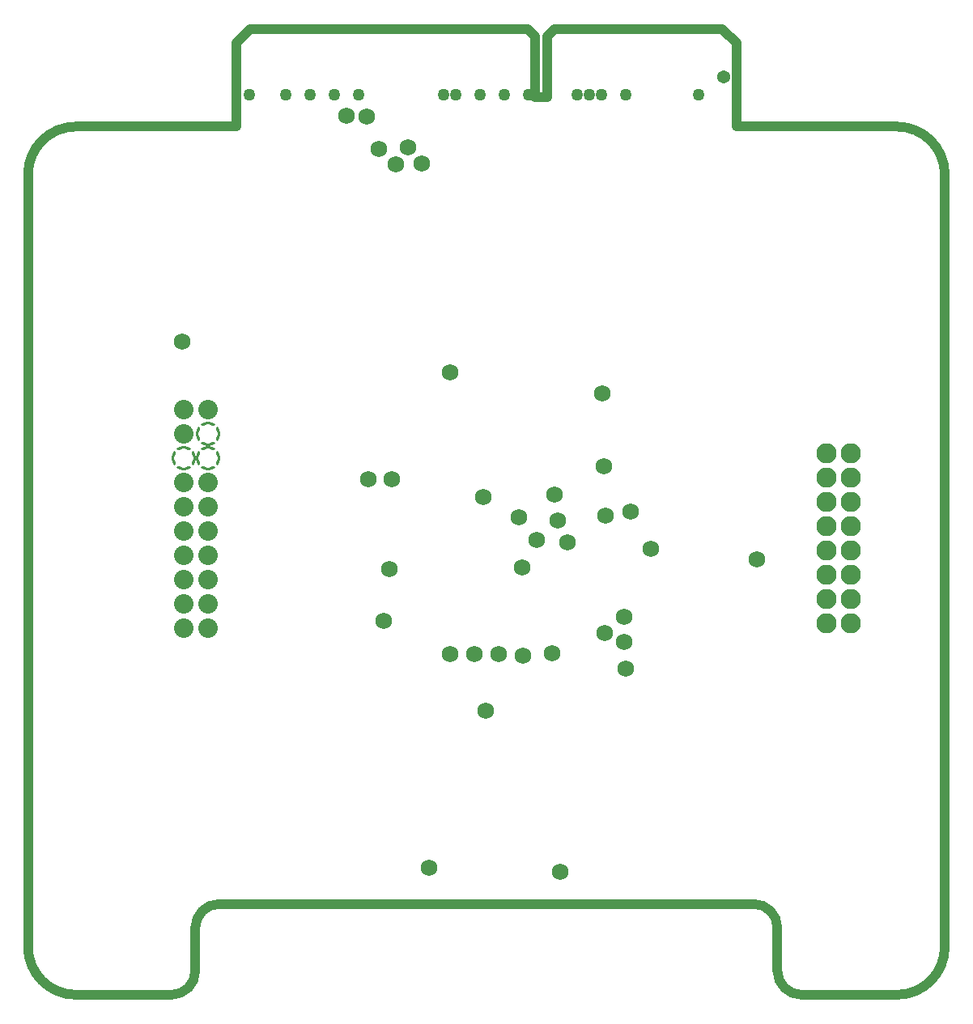
<source format=gbr>
%TF.GenerationSoftware,Altium Limited,Altium Designer,23.3.1 (30)*%
G04 Layer_Physical_Order=3*
G04 Layer_Color=128*
%FSLAX45Y45*%
%MOMM*%
%TF.SameCoordinates,1C6A76D4-FC78-4FE7-9AFF-FEA26D458E01*%
%TF.FilePolarity,Negative*%
%TF.FileFunction,Copper,L3,Inr,Plane*%
%TF.Part,Single*%
G01*
G75*
%TA.AperFunction,ViaPad*%
%ADD34C,1.27000*%
%TA.AperFunction,NonConductor*%
%ADD37C,1.01600*%
%TA.AperFunction,ComponentPad*%
%ADD38C,2.10820*%
%ADD40C,2.03600*%
G04:AMPARAMS|DCode=41|XSize=2.544mm|YSize=2.544mm|CornerRadius=0mm|HoleSize=0mm|Usage=FLASHONLY|Rotation=0.000|XOffset=0mm|YOffset=0mm|HoleType=Round|Shape=Relief|Width=0.254mm|Gap=0.254mm|Entries=4|*
%AMTHD41*
7,0,0,2.54400,2.03600,0.25400,45*
%
%ADD41THD41*%
%TA.AperFunction,ViaPad*%
%ADD42C,1.72720*%
%ADD43C,1.37200*%
%ADD44C,1.72700*%
D34*
X7016700Y9410000D02*
D03*
X4730700D02*
D03*
X4984700D02*
D03*
X6000700D02*
D03*
X6254700D02*
D03*
X5746700D02*
D03*
X5873700D02*
D03*
X5238700D02*
D03*
X3460700D02*
D03*
X4476700D02*
D03*
X4349700D02*
D03*
X3206700D02*
D03*
X2952700D02*
D03*
X2698700D02*
D03*
X2317700D02*
D03*
D37*
X0Y500000D02*
G03*
X500000Y0I500000J0D01*
G01*
Y9080500D02*
G03*
X0Y8580500I0J-500000D01*
G01*
X9588500D02*
G03*
X9088500Y9080500I-500000J0D01*
G01*
Y0D02*
G03*
X9588500Y500000I0J500000D01*
G01*
X7838500Y250000D02*
G03*
X8088500Y0I250000J0D01*
G01*
X7838500Y700000D02*
G03*
X7588500Y950000I-250000J0D01*
G01*
X2000000D02*
G03*
X1750000Y700000I0J-250000D01*
G01*
X1500000Y0D02*
G03*
X1750000Y250000I-0J250000D01*
G01*
X500000Y9080500D02*
X2176750D01*
X2176700Y9951700D02*
X2176750Y9080500D01*
X2176700Y9951700D02*
X2326700Y10101500D01*
X5228700D01*
X5303700Y10026500D01*
X5303750Y9385500D01*
X5427700D01*
Y10026500D01*
X5502700Y10101500D01*
X7261700D01*
X7411700Y9951700D01*
Y9080500D02*
Y9951700D01*
Y9080500D02*
X9088500D01*
X0Y500000D02*
Y8580500D01*
X9588500Y500000D02*
Y8580500D01*
X8088500Y0D02*
X9088500D01*
X7838500Y250000D02*
Y700000D01*
X2000000Y950000D02*
X7588500D01*
X1750000Y250000D02*
X1750000Y700000D01*
X500000Y0D02*
X1500000D01*
D38*
X8604000Y3886000D02*
D03*
X8350000D02*
D03*
X8604000Y4140000D02*
D03*
X8350000D02*
D03*
X8604000Y4394000D02*
D03*
X8350000D02*
D03*
X8604000Y4648000D02*
D03*
X8350000D02*
D03*
X8604000Y4902000D02*
D03*
X8350000D02*
D03*
X8604000Y5156000D02*
D03*
X8350000D02*
D03*
X8604000Y5410000D02*
D03*
X8350000D02*
D03*
X8604000Y5664000D02*
D03*
X8350000D02*
D03*
D40*
X1630000Y6122000D02*
D03*
X1884000D02*
D03*
X1630000Y5868000D02*
D03*
Y5360000D02*
D03*
X1884000D02*
D03*
X1630000Y5106000D02*
D03*
X1884000D02*
D03*
X1630000Y4852000D02*
D03*
X1884000D02*
D03*
X1630000Y4598000D02*
D03*
X1884000D02*
D03*
X1630000Y4344000D02*
D03*
X1884000D02*
D03*
X1630000Y4090000D02*
D03*
X1884000D02*
D03*
X1630000Y3836000D02*
D03*
X1884000D02*
D03*
D41*
Y5868000D02*
D03*
X1630000Y5614000D02*
D03*
X1884000D02*
D03*
D42*
X6512500Y4660000D02*
D03*
X4415000Y6510000D02*
D03*
X3562500Y5392500D02*
D03*
X5180000Y3547500D02*
D03*
X5485000Y3575000D02*
D03*
X4417500Y3567500D02*
D03*
X4665000Y3562500D02*
D03*
X4920000Y3567500D02*
D03*
X6022000Y5524500D02*
D03*
X6247500Y3410000D02*
D03*
X6237500Y3952500D02*
D03*
Y3692500D02*
D03*
X4120000Y8690000D02*
D03*
X3977500Y8860000D02*
D03*
X3845000Y8682500D02*
D03*
X3542500Y9185000D02*
D03*
X3805000Y5395000D02*
D03*
X4790000Y2967500D02*
D03*
X5317500Y4755000D02*
D03*
X4760000Y5210000D02*
D03*
X5640000Y4730000D02*
D03*
X6040000Y5010000D02*
D03*
X3330000Y9190000D02*
D03*
X3670000Y8850000D02*
D03*
X5170000Y4470000D02*
D03*
X5133900Y4990000D02*
D03*
X7620000Y4556600D02*
D03*
X6300000Y5050000D02*
D03*
X3780000Y4450000D02*
D03*
X3720000Y3910000D02*
D03*
X1614217Y6830000D02*
D03*
X5570000Y1290000D02*
D03*
X4190000Y1330000D02*
D03*
X6010000Y6290000D02*
D03*
X6030000Y3780000D02*
D03*
D43*
X7275950Y9603885D02*
D03*
D44*
X5510000Y5230000D02*
D03*
X5540000Y4960000D02*
D03*
%TF.MD5,2d0aff6661f940adec5509b6cd8e100f*%
M02*

</source>
